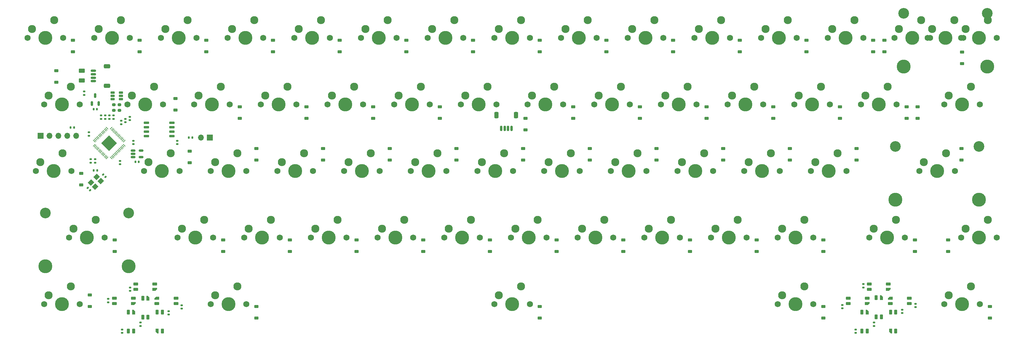
<source format=gbs>
G04 #@! TF.GenerationSoftware,KiCad,Pcbnew,(7.0.0-0)*
G04 #@! TF.CreationDate,2023-05-06T17:41:53-07:00*
G04 #@! TF.ProjectId,popstar,706f7073-7461-4722-9e6b-696361645f70,rev?*
G04 #@! TF.SameCoordinates,Original*
G04 #@! TF.FileFunction,Soldermask,Bot*
G04 #@! TF.FilePolarity,Negative*
%FSLAX46Y46*%
G04 Gerber Fmt 4.6, Leading zero omitted, Abs format (unit mm)*
G04 Created by KiCad (PCBNEW (7.0.0-0)) date 2023-05-06 17:41:53*
%MOMM*%
%LPD*%
G01*
G04 APERTURE LIST*
G04 Aperture macros list*
%AMRoundRect*
0 Rectangle with rounded corners*
0 $1 Rounding radius*
0 $2 $3 $4 $5 $6 $7 $8 $9 X,Y pos of 4 corners*
0 Add a 4 corners polygon primitive as box body*
4,1,4,$2,$3,$4,$5,$6,$7,$8,$9,$2,$3,0*
0 Add four circle primitives for the rounded corners*
1,1,$1+$1,$2,$3*
1,1,$1+$1,$4,$5*
1,1,$1+$1,$6,$7*
1,1,$1+$1,$8,$9*
0 Add four rect primitives between the rounded corners*
20,1,$1+$1,$2,$3,$4,$5,0*
20,1,$1+$1,$4,$5,$6,$7,0*
20,1,$1+$1,$6,$7,$8,$9,0*
20,1,$1+$1,$8,$9,$2,$3,0*%
%AMRotRect*
0 Rectangle, with rotation*
0 The origin of the aperture is its center*
0 $1 length*
0 $2 width*
0 $3 Rotation angle, in degrees counterclockwise*
0 Add horizontal line*
21,1,$1,$2,0,0,$3*%
%AMFreePoly0*
4,1,18,-0.410000,0.593000,-0.403758,0.624380,-0.385983,0.650983,-0.359380,0.668758,-0.328000,0.675000,0.328000,0.675000,0.359380,0.668758,0.385983,0.650983,0.403758,0.624380,0.410000,0.593000,0.410000,-0.593000,0.403758,-0.624380,0.385983,-0.650983,0.359380,-0.668758,0.328000,-0.675000,0.000000,-0.675000,-0.410000,-0.265000,-0.410000,0.593000,-0.410000,0.593000,$1*%
G04 Aperture macros list end*
%ADD10C,1.750000*%
%ADD11C,3.987800*%
%ADD12C,2.300000*%
%ADD13C,3.048000*%
%ADD14RoundRect,0.140000X0.170000X-0.140000X0.170000X0.140000X-0.170000X0.140000X-0.170000X-0.140000X0*%
%ADD15RoundRect,0.140000X0.219203X0.021213X0.021213X0.219203X-0.219203X-0.021213X-0.021213X-0.219203X0*%
%ADD16R,1.700000X1.700000*%
%ADD17O,1.700000X1.700000*%
%ADD18RoundRect,0.225000X0.375000X-0.225000X0.375000X0.225000X-0.375000X0.225000X-0.375000X-0.225000X0*%
%ADD19RoundRect,0.150000X-0.650000X-0.150000X0.650000X-0.150000X0.650000X0.150000X-0.650000X0.150000X0*%
%ADD20RoundRect,0.200000X-0.275000X0.200000X-0.275000X-0.200000X0.275000X-0.200000X0.275000X0.200000X0*%
%ADD21RoundRect,0.150000X-0.150000X-0.625000X0.150000X-0.625000X0.150000X0.625000X-0.150000X0.625000X0*%
%ADD22RoundRect,0.250000X-0.350000X-0.650000X0.350000X-0.650000X0.350000X0.650000X-0.350000X0.650000X0*%
%ADD23RoundRect,0.140000X-0.170000X0.140000X-0.170000X-0.140000X0.170000X-0.140000X0.170000X0.140000X0*%
%ADD24RoundRect,0.050000X0.309359X-0.238649X-0.238649X0.309359X-0.309359X0.238649X0.238649X-0.309359X0*%
%ADD25RoundRect,0.050000X0.309359X0.238649X0.238649X0.309359X-0.309359X-0.238649X-0.238649X-0.309359X0*%
%ADD26RoundRect,0.144000X2.059095X0.000000X0.000000X2.059095X-2.059095X0.000000X0.000000X-2.059095X0*%
%ADD27RoundRect,0.150000X0.150000X-0.512500X0.150000X0.512500X-0.150000X0.512500X-0.150000X-0.512500X0*%
%ADD28RoundRect,0.082000X0.593000X-0.328000X0.593000X0.328000X-0.593000X0.328000X-0.593000X-0.328000X0*%
%ADD29FreePoly0,90.000000*%
%ADD30RoundRect,0.250000X-0.625000X0.375000X-0.625000X-0.375000X0.625000X-0.375000X0.625000X0.375000X0*%
%ADD31RoundRect,0.135000X-0.135000X-0.185000X0.135000X-0.185000X0.135000X0.185000X-0.135000X0.185000X0*%
%ADD32RoundRect,0.150000X-0.625000X0.150000X-0.625000X-0.150000X0.625000X-0.150000X0.625000X0.150000X0*%
%ADD33RoundRect,0.250000X-0.650000X0.350000X-0.650000X-0.350000X0.650000X-0.350000X0.650000X0.350000X0*%
%ADD34RoundRect,0.082000X-0.328000X-0.593000X0.328000X-0.593000X0.328000X0.593000X-0.328000X0.593000X0*%
%ADD35FreePoly0,0.000000*%
%ADD36RoundRect,0.082000X-0.593000X0.328000X-0.593000X-0.328000X0.593000X-0.328000X0.593000X0.328000X0*%
%ADD37FreePoly0,270.000000*%
%ADD38RoundRect,0.140000X-0.140000X-0.170000X0.140000X-0.170000X0.140000X0.170000X-0.140000X0.170000X0*%
%ADD39RoundRect,0.082000X0.328000X0.593000X-0.328000X0.593000X-0.328000X-0.593000X0.328000X-0.593000X0*%
%ADD40FreePoly0,180.000000*%
%ADD41RotRect,1.400000X1.200000X45.000000*%
%ADD42RoundRect,0.140000X0.140000X0.170000X-0.140000X0.170000X-0.140000X-0.170000X0.140000X-0.170000X0*%
%ADD43RoundRect,0.140000X-0.219203X-0.021213X-0.021213X-0.219203X0.219203X0.021213X0.021213X0.219203X0*%
%ADD44RoundRect,0.135000X0.135000X0.185000X-0.135000X0.185000X-0.135000X-0.185000X0.135000X-0.185000X0*%
%ADD45RoundRect,0.150000X0.475000X0.150000X-0.475000X0.150000X-0.475000X-0.150000X0.475000X-0.150000X0*%
%ADD46RoundRect,0.150000X-0.512500X-0.150000X0.512500X-0.150000X0.512500X0.150000X-0.512500X0.150000X0*%
G04 APERTURE END LIST*
D10*
G04 #@! TO.C,SW15*
X293370000Y-41275000D03*
D11*
X298450000Y-41275000D03*
D10*
X303530000Y-41275000D03*
D12*
X294640000Y-38735000D03*
X300990000Y-36195000D03*
G04 #@! TD*
D10*
G04 #@! TO.C,SW22*
X140970000Y-60325000D03*
D11*
X146050000Y-60325000D03*
D10*
X151130000Y-60325000D03*
D12*
X142240000Y-57785000D03*
X148590000Y-55245000D03*
G04 #@! TD*
D13*
G04 #@! TO.C,S1*
X286543750Y-34290000D03*
D11*
X286543750Y-49530000D03*
D13*
X310356250Y-34290000D03*
D11*
X310356250Y-49530000D03*
G04 #@! TD*
D10*
G04 #@! TO.C,SW55*
X302895000Y-98425000D03*
D11*
X307975000Y-98425000D03*
D10*
X313055000Y-98425000D03*
D12*
X304165000Y-95885000D03*
X310515000Y-93345000D03*
G04 #@! TD*
D10*
G04 #@! TO.C,SW29*
X274320000Y-60325000D03*
D11*
X279400000Y-60325000D03*
D10*
X284480000Y-60325000D03*
D12*
X275590000Y-57785000D03*
X281940000Y-55245000D03*
G04 #@! TD*
D10*
G04 #@! TO.C,SW33*
X107632500Y-79375000D03*
D11*
X112712500Y-79375000D03*
D10*
X117792500Y-79375000D03*
D12*
X108902500Y-76835000D03*
X115252500Y-74295000D03*
G04 #@! TD*
D10*
G04 #@! TO.C,SW25*
X198120000Y-60325000D03*
D11*
X203200000Y-60325000D03*
D10*
X208280000Y-60325000D03*
D12*
X199390000Y-57785000D03*
X205740000Y-55245000D03*
G04 #@! TD*
D10*
G04 #@! TO.C,SW53*
X250507500Y-98425000D03*
D11*
X255587500Y-98425000D03*
D10*
X260667500Y-98425000D03*
D12*
X251777500Y-95885000D03*
X258127500Y-93345000D03*
G04 #@! TD*
D10*
G04 #@! TO.C,SW17*
X40957500Y-60325000D03*
D11*
X46037500Y-60325000D03*
D10*
X51117500Y-60325000D03*
D12*
X42227500Y-57785000D03*
X48577500Y-55245000D03*
G04 #@! TD*
D10*
G04 #@! TO.C,SW41*
X260032500Y-79375000D03*
D11*
X265112500Y-79375000D03*
D10*
X270192500Y-79375000D03*
D12*
X261302500Y-76835000D03*
X267652500Y-74295000D03*
G04 #@! TD*
D13*
G04 #@! TO.C,S2*
X284162500Y-72390000D03*
D11*
X284162500Y-87630000D03*
D13*
X307975000Y-72390000D03*
D11*
X307975000Y-87630000D03*
G04 #@! TD*
D10*
G04 #@! TO.C,SW36*
X164782500Y-79375000D03*
D11*
X169862500Y-79375000D03*
D10*
X174942500Y-79375000D03*
D12*
X166052500Y-76835000D03*
X172402500Y-74295000D03*
G04 #@! TD*
D10*
G04 #@! TO.C,SW47*
X136207500Y-98425000D03*
D11*
X141287500Y-98425000D03*
D10*
X146367500Y-98425000D03*
D12*
X137477500Y-95885000D03*
X143827500Y-93345000D03*
G04 #@! TD*
D10*
G04 #@! TO.C,SW11*
X207645000Y-41275000D03*
D11*
X212725000Y-41275000D03*
D10*
X217805000Y-41275000D03*
D12*
X208915000Y-38735000D03*
X215265000Y-36195000D03*
G04 #@! TD*
D10*
G04 #@! TO.C,SW45*
X98107500Y-98425000D03*
D11*
X103187500Y-98425000D03*
D10*
X108267500Y-98425000D03*
D12*
X99377500Y-95885000D03*
X105727500Y-93345000D03*
G04 #@! TD*
D10*
G04 #@! TO.C,SW57*
X88582500Y-117475000D03*
D11*
X93662500Y-117475000D03*
D10*
X98742500Y-117475000D03*
D12*
X89852500Y-114935000D03*
X96202500Y-112395000D03*
G04 #@! TD*
D10*
G04 #@! TO.C,SW56*
X40957500Y-117475000D03*
D11*
X46037500Y-117475000D03*
D10*
X51117500Y-117475000D03*
D12*
X42227500Y-114935000D03*
X48577500Y-112395000D03*
G04 #@! TD*
D10*
G04 #@! TO.C,SW24*
X179070000Y-60325000D03*
D11*
X184150000Y-60325000D03*
D10*
X189230000Y-60325000D03*
D12*
X180340000Y-57785000D03*
X186690000Y-55245000D03*
G04 #@! TD*
D10*
G04 #@! TO.C,SW59*
X250507500Y-117475000D03*
D11*
X255587500Y-117475000D03*
D10*
X260667500Y-117475000D03*
D12*
X251777500Y-114935000D03*
X258127500Y-112395000D03*
G04 #@! TD*
D10*
G04 #@! TO.C,SW7*
X131445000Y-41275000D03*
D11*
X136525000Y-41275000D03*
D10*
X141605000Y-41275000D03*
D12*
X132715000Y-38735000D03*
X139065000Y-36195000D03*
G04 #@! TD*
D10*
G04 #@! TO.C,SW20*
X102870000Y-60325000D03*
D11*
X107950000Y-60325000D03*
D10*
X113030000Y-60325000D03*
D12*
X104140000Y-57785000D03*
X110490000Y-55245000D03*
G04 #@! TD*
D10*
G04 #@! TO.C,SW2*
X36195000Y-41275000D03*
D11*
X41275000Y-41275000D03*
D10*
X46355000Y-41275000D03*
D12*
X37465000Y-38735000D03*
X43815000Y-36195000D03*
G04 #@! TD*
D10*
G04 #@! TO.C,SW31*
X69532500Y-79375000D03*
D11*
X74612500Y-79375000D03*
D10*
X79692500Y-79375000D03*
D12*
X70802500Y-76835000D03*
X77152500Y-74295000D03*
G04 #@! TD*
D10*
G04 #@! TO.C,SW27*
X236220000Y-60325000D03*
D11*
X241300000Y-60325000D03*
D10*
X246380000Y-60325000D03*
D12*
X237490000Y-57785000D03*
X243840000Y-55245000D03*
G04 #@! TD*
D10*
G04 #@! TO.C,SW32*
X88582500Y-79375000D03*
D11*
X93662500Y-79375000D03*
D10*
X98742500Y-79375000D03*
D12*
X89852500Y-76835000D03*
X96202500Y-74295000D03*
G04 #@! TD*
D10*
G04 #@! TO.C,SW34*
X126682500Y-79375000D03*
D11*
X131762500Y-79375000D03*
D10*
X136842500Y-79375000D03*
D12*
X127952500Y-76835000D03*
X134302500Y-74295000D03*
G04 #@! TD*
D10*
G04 #@! TO.C,SW37*
X183832500Y-79375000D03*
D11*
X188912500Y-79375000D03*
D10*
X193992500Y-79375000D03*
D12*
X185102500Y-76835000D03*
X191452500Y-74295000D03*
G04 #@! TD*
D10*
G04 #@! TO.C,SW10*
X188595000Y-41275000D03*
D11*
X193675000Y-41275000D03*
D10*
X198755000Y-41275000D03*
D12*
X189865000Y-38735000D03*
X196215000Y-36195000D03*
G04 #@! TD*
D10*
G04 #@! TO.C,SW21*
X121920000Y-60325000D03*
D11*
X127000000Y-60325000D03*
D10*
X132080000Y-60325000D03*
D12*
X123190000Y-57785000D03*
X129540000Y-55245000D03*
G04 #@! TD*
D10*
G04 #@! TO.C,SW3*
X55245000Y-41275000D03*
D11*
X60325000Y-41275000D03*
D10*
X65405000Y-41275000D03*
D12*
X56515000Y-38735000D03*
X62865000Y-36195000D03*
G04 #@! TD*
D10*
G04 #@! TO.C,SW38*
X202882500Y-79375000D03*
D11*
X207962500Y-79375000D03*
D10*
X213042500Y-79375000D03*
D12*
X204152500Y-76835000D03*
X210502500Y-74295000D03*
G04 #@! TD*
D10*
G04 #@! TO.C,SW50*
X193357500Y-98425000D03*
D11*
X198437500Y-98425000D03*
D10*
X203517500Y-98425000D03*
D12*
X194627500Y-95885000D03*
X200977500Y-93345000D03*
G04 #@! TD*
D10*
G04 #@! TO.C,SW52*
X231457500Y-98425000D03*
D11*
X236537500Y-98425000D03*
D10*
X241617500Y-98425000D03*
D12*
X232727500Y-95885000D03*
X239077500Y-93345000D03*
G04 #@! TD*
D10*
G04 #@! TO.C,SW13*
X245745000Y-41275000D03*
D11*
X250825000Y-41275000D03*
D10*
X255905000Y-41275000D03*
D12*
X247015000Y-38735000D03*
X253365000Y-36195000D03*
G04 #@! TD*
D10*
G04 #@! TO.C,SW35*
X145732500Y-79375000D03*
D11*
X150812500Y-79375000D03*
D10*
X155892500Y-79375000D03*
D12*
X147002500Y-76835000D03*
X153352500Y-74295000D03*
G04 #@! TD*
D10*
G04 #@! TO.C,SW39*
X221932500Y-79375000D03*
D11*
X227012500Y-79375000D03*
D10*
X232092500Y-79375000D03*
D12*
X223202500Y-76835000D03*
X229552500Y-74295000D03*
G04 #@! TD*
D10*
G04 #@! TO.C,SW23*
X160020000Y-60325000D03*
D11*
X165100000Y-60325000D03*
D10*
X170180000Y-60325000D03*
D12*
X161290000Y-57785000D03*
X167640000Y-55245000D03*
G04 #@! TD*
D10*
G04 #@! TO.C,SW51*
X212407500Y-98425000D03*
D11*
X217487500Y-98425000D03*
D10*
X222567500Y-98425000D03*
D12*
X213677500Y-95885000D03*
X220027500Y-93345000D03*
G04 #@! TD*
D10*
G04 #@! TO.C,SW43*
X48101250Y-98425000D03*
D11*
X53181250Y-98425000D03*
D10*
X58261250Y-98425000D03*
D12*
X49371250Y-95885000D03*
X55721250Y-93345000D03*
G04 #@! TD*
D10*
G04 #@! TO.C,SW61*
X302895000Y-41275000D03*
D11*
X307975000Y-41275000D03*
D10*
X313055000Y-41275000D03*
D12*
X304165000Y-38735000D03*
X310515000Y-36195000D03*
G04 #@! TD*
D10*
G04 #@! TO.C,SW44*
X79057500Y-98425000D03*
D11*
X84137500Y-98425000D03*
D10*
X89217500Y-98425000D03*
D12*
X80327500Y-95885000D03*
X86677500Y-93345000D03*
G04 #@! TD*
D10*
G04 #@! TO.C,SW58*
X169545000Y-117475000D03*
D11*
X174625000Y-117475000D03*
D10*
X179705000Y-117475000D03*
D12*
X170815000Y-114935000D03*
X177165000Y-112395000D03*
G04 #@! TD*
D10*
G04 #@! TO.C,SW18*
X64770000Y-60325000D03*
D11*
X69850000Y-60325000D03*
D10*
X74930000Y-60325000D03*
D12*
X66040000Y-57785000D03*
X72390000Y-55245000D03*
G04 #@! TD*
D10*
G04 #@! TO.C,SW5*
X93345000Y-41275000D03*
D11*
X98425000Y-41275000D03*
D10*
X103505000Y-41275000D03*
D12*
X94615000Y-38735000D03*
X100965000Y-36195000D03*
G04 #@! TD*
D10*
G04 #@! TO.C,SW6*
X112395000Y-41275000D03*
D11*
X117475000Y-41275000D03*
D10*
X122555000Y-41275000D03*
D12*
X113665000Y-38735000D03*
X120015000Y-36195000D03*
G04 #@! TD*
D10*
G04 #@! TO.C,SW28*
X255270000Y-60325000D03*
D11*
X260350000Y-60325000D03*
D10*
X265430000Y-60325000D03*
D12*
X256540000Y-57785000D03*
X262890000Y-55245000D03*
G04 #@! TD*
D10*
G04 #@! TO.C,SW48*
X155257500Y-98425000D03*
D11*
X160337500Y-98425000D03*
D10*
X165417500Y-98425000D03*
D12*
X156527500Y-95885000D03*
X162877500Y-93345000D03*
G04 #@! TD*
D10*
G04 #@! TO.C,SW60*
X298132500Y-117475000D03*
D11*
X303212500Y-117475000D03*
D10*
X308292500Y-117475000D03*
D12*
X299402500Y-114935000D03*
X305752500Y-112395000D03*
G04 #@! TD*
D10*
G04 #@! TO.C,SW49*
X174307500Y-98425000D03*
D11*
X179387500Y-98425000D03*
D10*
X184467500Y-98425000D03*
D12*
X175577500Y-95885000D03*
X181927500Y-93345000D03*
G04 #@! TD*
D10*
G04 #@! TO.C,SW30*
X38576250Y-79375000D03*
D11*
X43656250Y-79375000D03*
D10*
X48736250Y-79375000D03*
D12*
X39846250Y-76835000D03*
X46196250Y-74295000D03*
G04 #@! TD*
D10*
G04 #@! TO.C,SW26*
X217170000Y-60325000D03*
D11*
X222250000Y-60325000D03*
D10*
X227330000Y-60325000D03*
D12*
X218440000Y-57785000D03*
X224790000Y-55245000D03*
G04 #@! TD*
D10*
G04 #@! TO.C,SW62*
X298132500Y-60325000D03*
D11*
X303212500Y-60325000D03*
D10*
X308292500Y-60325000D03*
D12*
X299402500Y-57785000D03*
X305752500Y-55245000D03*
G04 #@! TD*
D10*
G04 #@! TO.C,SW16*
X283845000Y-41275000D03*
D11*
X288925000Y-41275000D03*
D10*
X294005000Y-41275000D03*
D12*
X285115000Y-38735000D03*
X291465000Y-36195000D03*
G04 #@! TD*
D10*
G04 #@! TO.C,SW14*
X264795000Y-41275000D03*
D11*
X269875000Y-41275000D03*
D10*
X274955000Y-41275000D03*
D12*
X266065000Y-38735000D03*
X272415000Y-36195000D03*
G04 #@! TD*
D10*
G04 #@! TO.C,SW46*
X117157500Y-98425000D03*
D11*
X122237500Y-98425000D03*
D10*
X127317500Y-98425000D03*
D12*
X118427500Y-95885000D03*
X124777500Y-93345000D03*
G04 #@! TD*
D10*
G04 #@! TO.C,SW40*
X240982500Y-79375000D03*
D11*
X246062500Y-79375000D03*
D10*
X251142500Y-79375000D03*
D12*
X242252500Y-76835000D03*
X248602500Y-74295000D03*
G04 #@! TD*
D13*
G04 #@! TO.C,S4*
X41275000Y-91440000D03*
D11*
X41275000Y-106680000D03*
D13*
X65087500Y-91440000D03*
D11*
X65087500Y-106680000D03*
G04 #@! TD*
D10*
G04 #@! TO.C,SW12*
X226695000Y-41275000D03*
D11*
X231775000Y-41275000D03*
D10*
X236855000Y-41275000D03*
D12*
X227965000Y-38735000D03*
X234315000Y-36195000D03*
G04 #@! TD*
D10*
G04 #@! TO.C,SW9*
X169545000Y-41275000D03*
D11*
X174625000Y-41275000D03*
D10*
X179705000Y-41275000D03*
D12*
X170815000Y-38735000D03*
X177165000Y-36195000D03*
G04 #@! TD*
D10*
G04 #@! TO.C,SW19*
X83820000Y-60325000D03*
D11*
X88900000Y-60325000D03*
D10*
X93980000Y-60325000D03*
D12*
X85090000Y-57785000D03*
X91440000Y-55245000D03*
G04 #@! TD*
D10*
G04 #@! TO.C,SW42*
X290988750Y-79375000D03*
D11*
X296068750Y-79375000D03*
D10*
X301148750Y-79375000D03*
D12*
X292258750Y-76835000D03*
X298608750Y-74295000D03*
G04 #@! TD*
D10*
G04 #@! TO.C,SW4*
X74295000Y-41275000D03*
D11*
X79375000Y-41275000D03*
D10*
X84455000Y-41275000D03*
D12*
X75565000Y-38735000D03*
X81915000Y-36195000D03*
G04 #@! TD*
D10*
G04 #@! TO.C,SW8*
X150495000Y-41275000D03*
D11*
X155575000Y-41275000D03*
D10*
X160655000Y-41275000D03*
D12*
X151765000Y-38735000D03*
X158115000Y-36195000D03*
G04 #@! TD*
D10*
G04 #@! TO.C,SW54*
X276701250Y-98425000D03*
D11*
X281781250Y-98425000D03*
D10*
X286861250Y-98425000D03*
D12*
X277971250Y-95885000D03*
X284321250Y-93345000D03*
G04 #@! TD*
D14*
G04 #@! TO.C,C4*
X57200000Y-64480000D03*
X57200000Y-63520000D03*
G04 #@! TD*
D15*
G04 #@! TO.C,C14*
X54057411Y-84871411D03*
X53378589Y-84192589D03*
G04 #@! TD*
D16*
G04 #@! TO.C,J2*
X39919999Y-69341999D03*
D17*
X42459999Y-69341999D03*
X44999999Y-69341999D03*
X47539999Y-69341999D03*
X50079999Y-69341999D03*
G04 #@! TD*
D18*
G04 #@! TO.C,D60*
X206375000Y-102456250D03*
X206375000Y-99156250D03*
G04 #@! TD*
G04 #@! TO.C,D53*
X61118750Y-102456250D03*
X61118750Y-99156250D03*
G04 #@! TD*
D19*
G04 #@! TO.C,U4*
X70218750Y-69373750D03*
X70218750Y-68103750D03*
X70218750Y-66833750D03*
X70218750Y-65563750D03*
X77418750Y-65563750D03*
X77418750Y-66833750D03*
X77418750Y-68103750D03*
X77418750Y-69373750D03*
G04 #@! TD*
D18*
G04 #@! TO.C,D28*
X78500000Y-61975000D03*
X78500000Y-58675000D03*
G04 #@! TD*
G04 #@! TO.C,D34*
X192087500Y-64356250D03*
X192087500Y-61056250D03*
G04 #@! TD*
G04 #@! TO.C,D19*
X163512500Y-45306250D03*
X163512500Y-42006250D03*
G04 #@! TD*
G04 #@! TO.C,D26*
X280987500Y-45306250D03*
X280987500Y-42006250D03*
G04 #@! TD*
G04 #@! TO.C,D18*
X144462500Y-45306250D03*
X144462500Y-42006250D03*
G04 #@! TD*
D20*
G04 #@! TO.C,R2*
X62484000Y-60425000D03*
X62484000Y-62075000D03*
G04 #@! TD*
D21*
G04 #@! TO.C,J1*
X171500000Y-67250000D03*
X172500000Y-67250000D03*
X173500000Y-67250000D03*
X174500000Y-67250000D03*
D22*
X170200000Y-63375000D03*
X175800000Y-63375000D03*
G04 #@! TD*
D18*
G04 #@! TO.C,D22*
X220662500Y-45306250D03*
X220662500Y-42006250D03*
G04 #@! TD*
D23*
G04 #@! TO.C,C23*
X80250000Y-117820000D03*
X80250000Y-118780000D03*
G04 #@! TD*
D18*
G04 #@! TO.C,D72*
X290512500Y-64356250D03*
X290512500Y-61056250D03*
G04 #@! TD*
G04 #@! TO.C,D51*
X273050000Y-76262500D03*
X273050000Y-72962500D03*
G04 #@! TD*
G04 #@! TO.C,D31*
X134937500Y-64356250D03*
X134937500Y-61056250D03*
G04 #@! TD*
G04 #@! TO.C,D27*
X44450000Y-54037500D03*
X44450000Y-50737500D03*
G04 #@! TD*
G04 #@! TO.C,D54*
X92075000Y-102456250D03*
X92075000Y-99156250D03*
G04 #@! TD*
D23*
G04 #@! TO.C,C5*
X66421000Y-70767000D03*
X66421000Y-71727000D03*
G04 #@! TD*
D18*
G04 #@! TO.C,D67*
X101600000Y-121506250D03*
X101600000Y-118206250D03*
G04 #@! TD*
G04 #@! TO.C,D40*
X51593750Y-83406250D03*
X51593750Y-80106250D03*
G04 #@! TD*
G04 #@! TO.C,D46*
X177800000Y-76262500D03*
X177800000Y-72962500D03*
G04 #@! TD*
G04 #@! TO.C,D42*
X101600000Y-76262500D03*
X101600000Y-72962500D03*
G04 #@! TD*
G04 #@! TO.C,D17*
X125412500Y-45306250D03*
X125412500Y-42006250D03*
G04 #@! TD*
G04 #@! TO.C,D41*
X82550000Y-77056250D03*
X82550000Y-73756250D03*
G04 #@! TD*
G04 #@! TO.C,D69*
X263525000Y-121506250D03*
X263525000Y-118206250D03*
G04 #@! TD*
D24*
G04 #@! TO.C,U6*
X63800407Y-72029702D03*
X63517564Y-72312545D03*
X63234722Y-72595387D03*
X62951879Y-72878230D03*
X62669036Y-73161073D03*
X62386194Y-73443915D03*
X62103351Y-73726758D03*
X61820508Y-74009601D03*
X61537665Y-74292444D03*
X61254823Y-74575286D03*
X60971980Y-74858129D03*
X60689137Y-75140972D03*
X60406295Y-75423814D03*
X60123452Y-75706657D03*
D25*
X58939048Y-75706657D03*
X58656205Y-75423814D03*
X58373363Y-75140972D03*
X58090520Y-74858129D03*
X57807677Y-74575286D03*
X57524835Y-74292444D03*
X57241992Y-74009601D03*
X56959149Y-73726758D03*
X56676306Y-73443915D03*
X56393464Y-73161073D03*
X56110621Y-72878230D03*
X55827778Y-72595387D03*
X55544936Y-72312545D03*
X55262093Y-72029702D03*
D24*
X55262093Y-70845298D03*
X55544936Y-70562455D03*
X55827778Y-70279613D03*
X56110621Y-69996770D03*
X56393464Y-69713927D03*
X56676306Y-69431085D03*
X56959149Y-69148242D03*
X57241992Y-68865399D03*
X57524835Y-68582556D03*
X57807677Y-68299714D03*
X58090520Y-68016871D03*
X58373363Y-67734028D03*
X58656205Y-67451186D03*
X58939048Y-67168343D03*
D25*
X60123452Y-67168343D03*
X60406295Y-67451186D03*
X60689137Y-67734028D03*
X60971980Y-68016871D03*
X61254823Y-68299714D03*
X61537665Y-68582556D03*
X61820508Y-68865399D03*
X62103351Y-69148242D03*
X62386194Y-69431085D03*
X62669036Y-69713927D03*
X62951879Y-69996770D03*
X63234722Y-70279613D03*
X63517564Y-70562455D03*
X63800407Y-70845298D03*
D26*
X59531250Y-71437500D03*
G04 #@! TD*
D18*
G04 #@! TO.C,D37*
X249237500Y-64356250D03*
X249237500Y-61056250D03*
G04 #@! TD*
G04 #@! TO.C,D15*
X87312500Y-45306250D03*
X87312500Y-42006250D03*
G04 #@! TD*
D14*
G04 #@! TO.C,C10*
X59600000Y-64480000D03*
X59600000Y-63520000D03*
G04 #@! TD*
D18*
G04 #@! TO.C,D35*
X211137500Y-64356250D03*
X211137500Y-61056250D03*
G04 #@! TD*
D27*
G04 #@! TO.C,U2*
X56512500Y-60065500D03*
X54612500Y-60065500D03*
X55562500Y-57790500D03*
G04 #@! TD*
D18*
G04 #@! TO.C,D44*
X139700000Y-76262500D03*
X139700000Y-72962500D03*
G04 #@! TD*
D23*
G04 #@! TO.C,C25*
X269000000Y-117770000D03*
X269000000Y-118730000D03*
G04 #@! TD*
D14*
G04 #@! TO.C,C11*
X62992000Y-66012000D03*
X62992000Y-65052000D03*
G04 #@! TD*
D18*
G04 #@! TO.C,D56*
X130175000Y-102456250D03*
X130175000Y-99156250D03*
G04 #@! TD*
D28*
G04 #@! TO.C,D12*
X276675000Y-111750000D03*
X276675000Y-113250000D03*
X282125000Y-111750000D03*
D29*
X282124999Y-113249999D03*
G04 #@! TD*
D28*
G04 #@! TO.C,D1*
X67125000Y-111750000D03*
X67125000Y-113250000D03*
X72575000Y-111750000D03*
D29*
X72574999Y-113249999D03*
G04 #@! TD*
D18*
G04 #@! TO.C,D30*
X115887500Y-64356250D03*
X115887500Y-61056250D03*
G04 #@! TD*
G04 #@! TO.C,D49*
X234950000Y-76262500D03*
X234950000Y-72962500D03*
G04 #@! TD*
D28*
G04 #@! TO.C,D2*
X61025000Y-115850000D03*
X61025000Y-117350000D03*
X66475000Y-115850000D03*
D29*
X66474999Y-117349999D03*
G04 #@! TD*
D18*
G04 #@! TO.C,D43*
X120650000Y-76262500D03*
X120650000Y-72962500D03*
G04 #@! TD*
G04 #@! TO.C,D58*
X168275000Y-102456250D03*
X168275000Y-99156250D03*
G04 #@! TD*
D23*
G04 #@! TO.C,C24*
X68500000Y-122770000D03*
X68500000Y-123730000D03*
G04 #@! TD*
D14*
G04 #@! TO.C,C6*
X58400000Y-64480000D03*
X58400000Y-63520000D03*
G04 #@! TD*
D30*
G04 #@! TO.C,F1*
X51689000Y-50670000D03*
X51689000Y-53470000D03*
G04 #@! TD*
D18*
G04 #@! TO.C,D63*
X263525000Y-102456250D03*
X263525000Y-99156250D03*
G04 #@! TD*
G04 #@! TO.C,D16*
X106362500Y-45306250D03*
X106362500Y-42006250D03*
G04 #@! TD*
G04 #@! TO.C,D29*
X96837500Y-64356250D03*
X96837500Y-61056250D03*
G04 #@! TD*
D14*
G04 #@! TO.C,C2*
X60770000Y-64480000D03*
X60770000Y-63520000D03*
G04 #@! TD*
D23*
G04 #@! TO.C,C19*
X65500000Y-112770000D03*
X65500000Y-113730000D03*
G04 #@! TD*
D31*
G04 #@! TO.C,R4*
X55113000Y-79198000D03*
X56133000Y-79198000D03*
G04 #@! TD*
D18*
G04 #@! TO.C,D38*
X268287500Y-64356250D03*
X268287500Y-61056250D03*
G04 #@! TD*
D23*
G04 #@! TO.C,C20*
X59250000Y-116020000D03*
X59250000Y-116980000D03*
G04 #@! TD*
D32*
G04 #@! TO.C,J1*
X55023000Y-50697000D03*
X55023000Y-51697000D03*
X55023000Y-52697000D03*
X55023000Y-53697000D03*
D33*
X58898000Y-49397000D03*
X58898000Y-54997000D03*
G04 #@! TD*
D18*
G04 #@! TO.C,D55*
X111125000Y-102456250D03*
X111125000Y-99156250D03*
G04 #@! TD*
G04 #@! TO.C,D68*
X182562500Y-121506250D03*
X182562500Y-118206250D03*
G04 #@! TD*
G04 #@! TO.C,D62*
X244475000Y-102456250D03*
X244475000Y-99156250D03*
G04 #@! TD*
D23*
G04 #@! TO.C,C27*
X286100000Y-119120000D03*
X286100000Y-120080000D03*
G04 #@! TD*
G04 #@! TO.C,C3*
X54229000Y-76033750D03*
X54229000Y-76993750D03*
G04 #@! TD*
D18*
G04 #@! TO.C,D47*
X196850000Y-76262500D03*
X196850000Y-72962500D03*
G04 #@! TD*
G04 #@! TO.C,D21*
X201612500Y-45306250D03*
X201612500Y-42006250D03*
G04 #@! TD*
D23*
G04 #@! TO.C,C12*
X62611000Y-76520000D03*
X62611000Y-77480000D03*
G04 #@! TD*
D14*
G04 #@! TO.C,C1*
X65405000Y-64869000D03*
X65405000Y-63909000D03*
G04 #@! TD*
D34*
G04 #@! TO.C,D4*
X74750000Y-119775000D03*
X73250000Y-119775000D03*
X74750000Y-125225000D03*
D35*
X73249999Y-125224999D03*
G04 #@! TD*
D36*
G04 #@! TO.C,D5*
X78625000Y-117350000D03*
X78625000Y-115850000D03*
X73175000Y-117350000D03*
D37*
X73174999Y-115849999D03*
G04 #@! TD*
D38*
G04 #@! TO.C,C16*
X55082500Y-61690250D03*
X56042500Y-61690250D03*
G04 #@! TD*
D39*
G04 #@! TO.C,D8*
X274550000Y-125225000D03*
X276050000Y-125225000D03*
X274550000Y-119775000D03*
D40*
X276049999Y-119774999D03*
G04 #@! TD*
D18*
G04 #@! TO.C,D39*
X287337500Y-64356250D03*
X287337500Y-61056250D03*
G04 #@! TD*
G04 #@! TO.C,D45*
X158750000Y-76262500D03*
X158750000Y-72962500D03*
G04 #@! TD*
G04 #@! TO.C,D70*
X311150000Y-121506250D03*
X311150000Y-118206250D03*
G04 #@! TD*
D23*
G04 #@! TO.C,C26*
X272750000Y-124770000D03*
X272750000Y-125730000D03*
G04 #@! TD*
D28*
G04 #@! TO.C,D7*
X270675000Y-115850000D03*
X270675000Y-117350000D03*
X276125000Y-115850000D03*
D29*
X276124999Y-117349999D03*
G04 #@! TD*
D14*
G04 #@! TO.C,C8*
X53721000Y-69314000D03*
X53721000Y-68354000D03*
G04 #@! TD*
D18*
G04 #@! TO.C,D61*
X225425000Y-102456250D03*
X225425000Y-99156250D03*
G04 #@! TD*
G04 #@! TO.C,D32*
X153987500Y-64356250D03*
X153987500Y-61056250D03*
G04 #@! TD*
D23*
G04 #@! TO.C,C15*
X52387500Y-56670000D03*
X52387500Y-57630000D03*
G04 #@! TD*
D18*
G04 #@! TO.C,D13*
X49212500Y-45306250D03*
X49212500Y-42006250D03*
G04 #@! TD*
G04 #@! TO.C,D64*
X289718750Y-102456250D03*
X289718750Y-99156250D03*
G04 #@! TD*
D41*
G04 #@! TO.C,Y1*
X54371141Y-82676776D03*
X55926776Y-81121141D03*
X57128857Y-82323222D03*
X55573222Y-83878857D03*
G04 #@! TD*
D42*
G04 #@! TO.C,C18*
X67980000Y-76750000D03*
X67020000Y-76750000D03*
G04 #@! TD*
D43*
G04 #@! TO.C,C13*
X57823589Y-80382589D03*
X58502411Y-81061411D03*
G04 #@! TD*
D39*
G04 #@! TO.C,D11*
X278650000Y-121125000D03*
X280150000Y-121125000D03*
X278650000Y-115675000D03*
D40*
X280149999Y-115674999D03*
G04 #@! TD*
D23*
G04 #@! TO.C,C21*
X63250000Y-124770000D03*
X63250000Y-125730000D03*
G04 #@! TD*
D18*
G04 #@! TO.C,D57*
X149225000Y-102456250D03*
X149225000Y-99156250D03*
G04 #@! TD*
G04 #@! TO.C,D36*
X230187500Y-64356250D03*
X230187500Y-61056250D03*
G04 #@! TD*
D16*
G04 #@! TO.C,SW1*
X88336249Y-69874999D03*
D17*
X85796249Y-69874999D03*
G04 #@! TD*
D18*
G04 #@! TO.C,D33*
X178500000Y-67650000D03*
X178500000Y-64350000D03*
G04 #@! TD*
G04 #@! TO.C,D14*
X68262500Y-45306250D03*
X68262500Y-42006250D03*
G04 #@! TD*
G04 #@! TO.C,D50*
X254000000Y-76262500D03*
X254000000Y-72962500D03*
G04 #@! TD*
D23*
G04 #@! TO.C,C22*
X76500000Y-119520000D03*
X76500000Y-120480000D03*
G04 #@! TD*
D18*
G04 #@! TO.C,D59*
X187325000Y-102456250D03*
X187325000Y-99156250D03*
G04 #@! TD*
D39*
G04 #@! TO.C,D3*
X65000000Y-125225000D03*
X66500000Y-125225000D03*
X65000000Y-119775000D03*
D40*
X66499999Y-119774999D03*
G04 #@! TD*
D18*
G04 #@! TO.C,D65*
X299243750Y-102456250D03*
X299243750Y-99156250D03*
G04 #@! TD*
D36*
G04 #@! TO.C,D10*
X288125000Y-117350000D03*
X288125000Y-115850000D03*
X282675000Y-117350000D03*
D37*
X282674999Y-115849999D03*
G04 #@! TD*
D23*
G04 #@! TO.C,C9*
X55499000Y-76033750D03*
X55499000Y-76993750D03*
G04 #@! TD*
D18*
G04 #@! TO.C,D52*
X303000000Y-76262500D03*
X303000000Y-72962500D03*
G04 #@! TD*
G04 #@! TO.C,D24*
X258762500Y-45306250D03*
X258762500Y-42006250D03*
G04 #@! TD*
G04 #@! TO.C,D71*
X303212500Y-48650000D03*
X303212500Y-45350000D03*
G04 #@! TD*
D44*
G04 #@! TO.C,R1*
X49510000Y-66960750D03*
X48490000Y-66960750D03*
G04 #@! TD*
D18*
G04 #@! TO.C,D25*
X277812500Y-45306250D03*
X277812500Y-42006250D03*
G04 #@! TD*
D44*
G04 #@! TO.C,R5*
X83343750Y-69850000D03*
X82323750Y-69850000D03*
G04 #@! TD*
D23*
G04 #@! TO.C,C30*
X275000000Y-111770000D03*
X275000000Y-112730000D03*
G04 #@! TD*
D45*
G04 #@! TO.C,U3*
X62897000Y-56962000D03*
X62897000Y-57912000D03*
X62897000Y-58862000D03*
X60547000Y-58862000D03*
X60547000Y-57912000D03*
X60547000Y-56962000D03*
G04 #@! TD*
D23*
G04 #@! TO.C,C17*
X79000000Y-70770000D03*
X79000000Y-71730000D03*
G04 #@! TD*
D20*
G04 #@! TO.C,R3*
X60860000Y-60425000D03*
X60860000Y-62075000D03*
G04 #@! TD*
D18*
G04 #@! TO.C,D66*
X53975000Y-118150000D03*
X53975000Y-114850000D03*
G04 #@! TD*
G04 #@! TO.C,D23*
X239712500Y-45306250D03*
X239712500Y-42006250D03*
G04 #@! TD*
G04 #@! TO.C,D20*
X182562500Y-45306250D03*
X182562500Y-42006250D03*
G04 #@! TD*
D14*
G04 #@! TO.C,C7*
X64135000Y-65440500D03*
X64135000Y-64480500D03*
G04 #@! TD*
D23*
G04 #@! TO.C,C28*
X289900000Y-117420000D03*
X289900000Y-118380000D03*
G04 #@! TD*
G04 #@! TO.C,C29*
X278000000Y-122770000D03*
X278000000Y-123730000D03*
G04 #@! TD*
D39*
G04 #@! TO.C,D6*
X69125000Y-121225000D03*
X70625000Y-121225000D03*
X69125000Y-115775000D03*
D40*
X70624999Y-115774999D03*
G04 #@! TD*
D18*
G04 #@! TO.C,D48*
X215900000Y-76262500D03*
X215900000Y-72962500D03*
G04 #@! TD*
D46*
G04 #@! TO.C,U5*
X66362500Y-75450000D03*
X66362500Y-74500000D03*
X66362500Y-73550000D03*
X68637500Y-73550000D03*
X68637500Y-75450000D03*
G04 #@! TD*
D34*
G04 #@! TO.C,D9*
X284250000Y-119775000D03*
X282750000Y-119775000D03*
X284250000Y-125225000D03*
D35*
X282749999Y-125224999D03*
G04 #@! TD*
M02*

</source>
